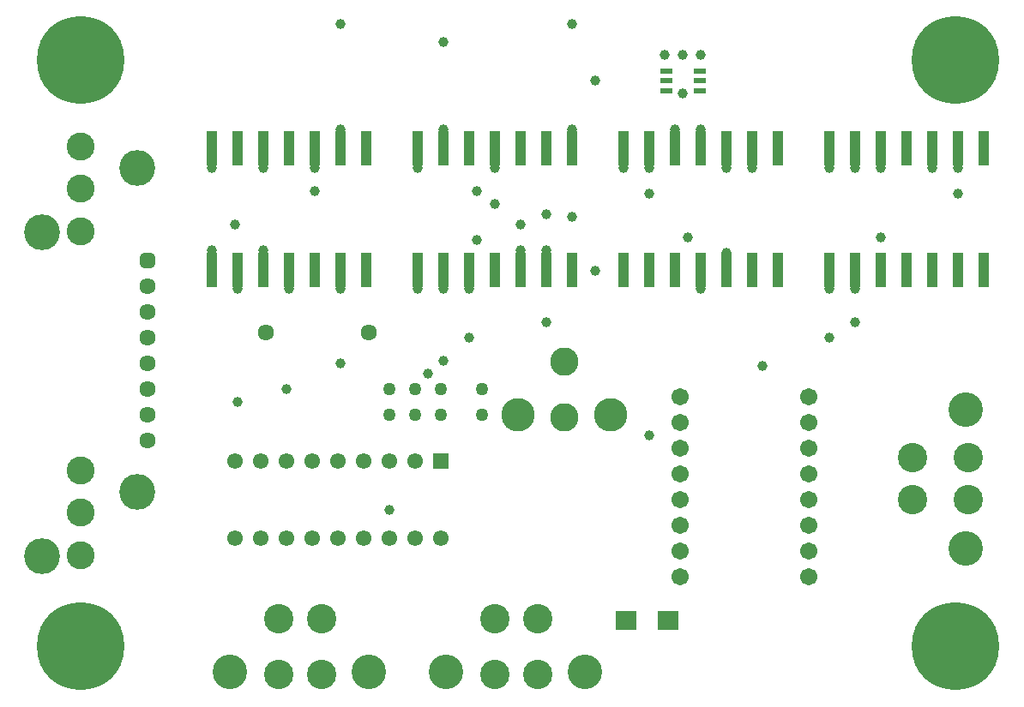
<source format=gts>
G04 Generated by Ultiboard 12.0 *
%FSLAX25Y25*%
%MOIN*%

%ADD10C,0.00001*%
%ADD11C,0.34000*%
%ADD12R,0.03937X0.13780*%
%ADD13C,0.10849*%
%ADD14C,0.13937*%
%ADD15C,0.11400*%
%ADD16C,0.13400*%
%ADD17C,0.03937*%
%ADD18C,0.05000*%
%ADD19C,0.06334*%
%ADD20R,0.02083X0.02083*%
%ADD21C,0.03917*%
%ADD22R,0.07874X0.07283*%
%ADD23C,0.06102*%
%ADD24R,0.06102X0.06102*%
%ADD25R,0.04724X0.02362*%
%ADD26C,0.06737*%
%ADD27C,0.11000*%
%ADD28C,0.13000*%


G04 ColorRGB FF00CC for the following layer *
%LNSolder Mask Top*%
%LPD*%
G54D10*
G54D11*
X24000Y24000D03*
X24000Y252000D03*
X364000Y252000D03*
X364000Y24000D03*
G54D12*
X75000Y170339D03*
X85000Y170339D03*
X95000Y170339D03*
X105000Y170339D03*
X115000Y170339D03*
X125000Y170339D03*
X135000Y170339D03*
X75000Y217661D03*
X85000Y217661D03*
X95000Y217661D03*
X105000Y217661D03*
X115000Y217661D03*
X125000Y217661D03*
X135000Y217661D03*
X155000Y170339D03*
X165000Y170339D03*
X175000Y170339D03*
X185000Y170339D03*
X195000Y170339D03*
X205000Y170339D03*
X215000Y170339D03*
X155000Y217661D03*
X165000Y217661D03*
X175000Y217661D03*
X185000Y217661D03*
X195000Y217661D03*
X205000Y217661D03*
X215000Y217661D03*
X235000Y170339D03*
X245000Y170339D03*
X255000Y170339D03*
X265000Y170339D03*
X275000Y170339D03*
X285000Y170339D03*
X295000Y170339D03*
X235000Y217661D03*
X245000Y217661D03*
X255000Y217661D03*
X265000Y217661D03*
X275000Y217661D03*
X285000Y217661D03*
X295000Y217661D03*
X315000Y170339D03*
X325000Y170339D03*
X335000Y170339D03*
X345000Y170339D03*
X355000Y170339D03*
X365000Y170339D03*
X375000Y170339D03*
X315000Y217661D03*
X325000Y217661D03*
X335000Y217661D03*
X345000Y217661D03*
X355000Y217661D03*
X365000Y217661D03*
X375000Y217661D03*
G54D13*
X24000Y76000D03*
X24000Y92535D03*
X24000Y59465D03*
X24000Y202000D03*
X24000Y218535D03*
X24000Y185465D03*
G54D14*
X46000Y84000D03*
X9000Y59000D03*
X46000Y210000D03*
X9000Y185000D03*
G54D15*
X347100Y97500D03*
X347100Y81000D03*
X368900Y81000D03*
X368900Y97500D03*
X117500Y34900D03*
X101000Y34900D03*
X101000Y13100D03*
X117500Y13100D03*
X201500Y34900D03*
X185000Y34900D03*
X185000Y13100D03*
X201500Y13100D03*
G54D16*
X368000Y116000D03*
X368000Y62000D03*
X136000Y14000D03*
X82000Y14000D03*
X220000Y14000D03*
X166000Y14000D03*
G54D17*
X75000Y210000D03*
X155000Y210000D03*
X235000Y210000D03*
X315000Y210000D03*
X95000Y210000D03*
X115000Y210000D03*
X125000Y163000D03*
X105000Y163000D03*
X85000Y163000D03*
X125000Y134000D03*
X104000Y124000D03*
X85000Y119000D03*
X144000Y77000D03*
X165000Y135000D03*
X159000Y130000D03*
X155000Y163000D03*
X185000Y210000D03*
X185000Y196000D03*
X205000Y192000D03*
X205000Y178000D03*
X125000Y225000D03*
X215000Y225000D03*
X165000Y163000D03*
X195000Y178000D03*
X195000Y188000D03*
X75000Y178000D03*
X84000Y188000D03*
X95000Y178000D03*
X115000Y201000D03*
X178000Y201000D03*
X178000Y182000D03*
X165000Y225000D03*
X245000Y210000D03*
X245000Y200000D03*
X275000Y210000D03*
X285000Y210000D03*
X325000Y210000D03*
X335000Y210000D03*
X355000Y210000D03*
X365000Y210000D03*
X315000Y163000D03*
X325000Y163000D03*
X265000Y163000D03*
X175000Y163000D03*
X224000Y170000D03*
X335000Y183000D03*
X265000Y225000D03*
X255000Y225000D03*
X258000Y239000D03*
X251000Y254000D03*
X258000Y254000D03*
X265000Y254000D03*
X125000Y266000D03*
X215000Y266000D03*
X165000Y259000D03*
X224000Y244000D03*
X215000Y191000D03*
X260000Y183000D03*
X365000Y200000D03*
X275000Y177000D03*
X315000Y144000D03*
X175000Y144000D03*
X325000Y150000D03*
X205000Y150000D03*
X245000Y106000D03*
X289000Y133000D03*
G54D18*
X144000Y114000D03*
X144000Y124000D03*
X154000Y114000D03*
X154000Y124000D03*
X164000Y114000D03*
X164000Y124000D03*
X180000Y124000D03*
X180000Y114000D03*
G54D19*
X50000Y164000D03*
X50000Y154000D03*
X50000Y144000D03*
X50000Y134000D03*
X50000Y124000D03*
X50000Y114000D03*
X50000Y104000D03*
X96000Y146000D03*
X136000Y146000D03*
G54D20*
X50000Y174000D03*
G54D21*
X48959Y172959D02*
X51041Y172959D01*
X51041Y175041D01*
X48959Y175041D01*
X48959Y172959D01*D02*
G54D22*
X252268Y34000D03*
X235732Y34000D03*
G54D23*
X84000Y96000D03*
X144000Y96000D03*
X154000Y96000D03*
X84000Y66000D03*
X144000Y66000D03*
X154000Y66000D03*
X164000Y66000D03*
X94000Y66000D03*
X104000Y66000D03*
X114000Y66000D03*
X124000Y66000D03*
X134000Y66000D03*
X94000Y96000D03*
X104000Y96000D03*
X114000Y96000D03*
X124000Y96000D03*
X134000Y96000D03*
G54D24*
X164000Y96000D03*
G54D25*
X251504Y240260D03*
X251504Y244000D03*
X264496Y240260D03*
X264496Y244000D03*
X251504Y247740D03*
X264496Y247740D03*
G54D26*
X257000Y121000D03*
X257000Y111000D03*
X257000Y101000D03*
X257000Y91000D03*
X257000Y81000D03*
X257000Y71000D03*
X257000Y61000D03*
X257000Y51000D03*
X307000Y121000D03*
X307000Y111000D03*
X307000Y101000D03*
X307000Y91000D03*
X307000Y81000D03*
X307000Y71000D03*
X307000Y61000D03*
X307000Y51000D03*
G54D27*
X212000Y134850D03*
X212000Y113150D03*
G54D28*
X194000Y114000D03*
X230000Y114000D03*

M00*

</source>
